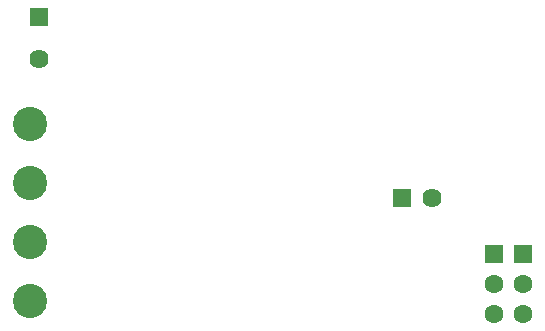
<source format=gbs>
G04*
G04 #@! TF.GenerationSoftware,Altium Limited,Altium Designer,21.8.1 (53)*
G04*
G04 Layer_Color=16711935*
%FSLAX44Y44*%
%MOMM*%
G71*
G04*
G04 #@! TF.SameCoordinates,89A26796-2BA6-48C1-BC3F-9F2CA1C84395*
G04*
G04*
G04 #@! TF.FilePolarity,Negative*
G04*
G01*
G75*
%ADD18C,1.6000*%
%ADD27R,1.6000X1.6000*%
%ADD28R,1.6240X1.6240*%
%ADD29C,1.6240*%
%ADD30R,1.6240X1.6240*%
%ADD31C,2.9000*%
D18*
X435000Y44600D02*
D03*
Y19200D02*
D03*
X460000D02*
D03*
Y44600D02*
D03*
D27*
X435000Y70000D02*
D03*
X460000D02*
D03*
D28*
X357500Y117500D02*
D03*
D29*
X382500D02*
D03*
X50000Y235000D02*
D03*
D30*
Y270000D02*
D03*
D31*
X42500Y180000D02*
D03*
Y130000D02*
D03*
Y80000D02*
D03*
Y30000D02*
D03*
M02*

</source>
